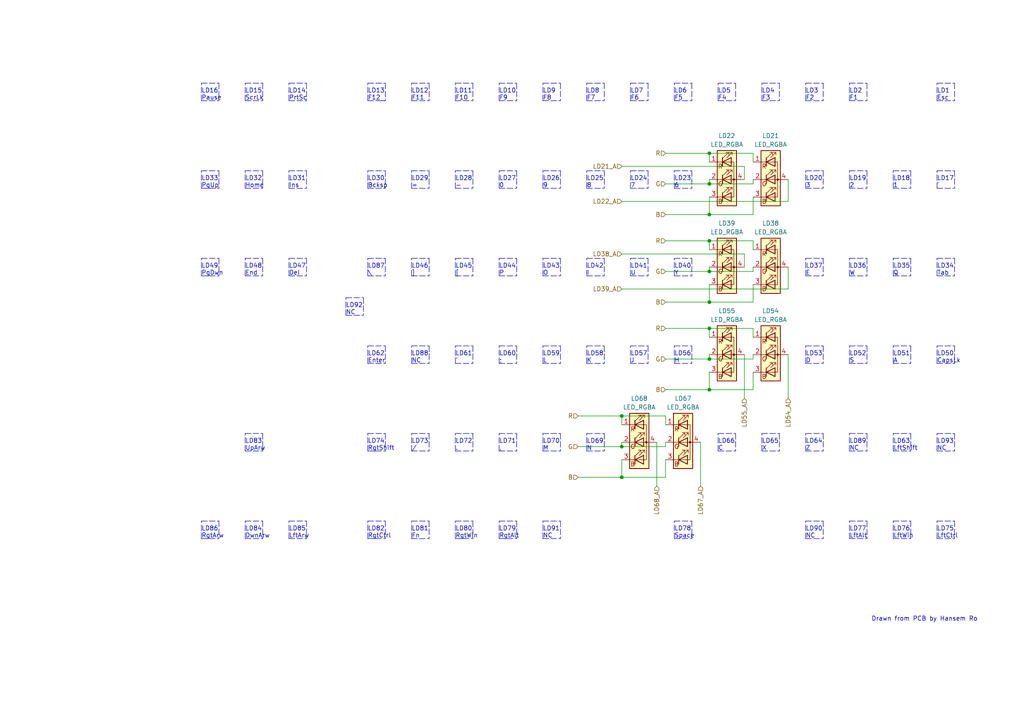
<source format=kicad_sch>
(kicad_sch (version 20211123) (generator eeschema)
  (paper "A4")
  (lib_symbols
    (symbol "Device:LED_RGBA" (pin_names (offset 0) hide)
      (property "Reference" "D" (at 0 9.398 0))
      (property "Value" "LED_RGBA" (at 0 -8.89 0))
      (symbol "LED_RGBA_0_0"
        (text "B" (at -1.905 -6.35 0) (effects (font (size 1.27 1.27))))
        (text "G" (at -1.905 -1.27 0) (effects (font (size 1.27 1.27))))
        (text "R" (at -1.905 3.81 0) (effects (font (size 1.27 1.27))))
      )
      (symbol "LED_RGBA_0_1"
        (polyline (pts (xy -1.27 -5.08) (xy -2.54 -5.08)))
        (polyline (pts (xy -1.27 -5.08) (xy 1.27 -5.08)))
        (polyline (pts (xy -1.27 -3.81) (xy -1.27 -6.35)) (stroke (width 0.254)))
        (polyline (pts (xy -1.27 0) (xy -2.54 0)))
        (polyline (pts (xy -1.27 1.27) (xy -1.27 -1.27)) (stroke (width 0.254)))
        (polyline (pts (xy -1.27 5.08) (xy -2.54 5.08)))
        (polyline (pts (xy -1.27 5.08) (xy 1.27 5.08)))
        (polyline (pts (xy -1.27 6.35) (xy -1.27 3.81)) (stroke (width 0.254)))
        (polyline (pts (xy 1.27 0) (xy -1.27 0)))
        (polyline (pts (xy 1.27 0) (xy 2.54 0)))
        (polyline (pts (xy -1.27 1.27) (xy -1.27 -1.27) (xy -1.27 -1.27)))
        (polyline (pts (xy -1.27 6.35) (xy -1.27 3.81) (xy -1.27 3.81)))
        (polyline (pts (xy 1.27 -5.08) (xy 2.032 -5.08) (xy 2.032 5.08) (xy 1.27 5.08)))
        (polyline (pts (xy 1.27 -3.81) (xy 1.27 -6.35) (xy -1.27 -5.08) (xy 1.27 -3.81)) (stroke (width 0.254)))
        (polyline (pts (xy 1.27 1.27) (xy 1.27 -1.27) (xy -1.27 0) (xy 1.27 1.27)) (stroke (width 0.254)))
        (polyline (pts (xy 1.27 6.35) (xy 1.27 3.81) (xy -1.27 5.08) (xy 1.27 6.35)) (stroke (width 0.254)))
        (polyline (pts (xy -1.016 -3.81) (xy 0.508 -2.286) (xy -0.254 -2.286) (xy 0.508 -2.286) (xy 0.508 -3.048)))
        (polyline (pts (xy -1.016 1.27) (xy 0.508 2.794) (xy -0.254 2.794) (xy 0.508 2.794) (xy 0.508 2.032)))
        (polyline (pts (xy -1.016 6.35) (xy 0.508 7.874) (xy -0.254 7.874) (xy 0.508 7.874) (xy 0.508 7.112)))
        (polyline (pts (xy 0 -3.81) (xy 1.524 -2.286) (xy 0.762 -2.286) (xy 1.524 -2.286) (xy 1.524 -3.048)))
        (polyline (pts (xy 0 1.27) (xy 1.524 2.794) (xy 0.762 2.794) (xy 1.524 2.794) (xy 1.524 2.032)))
        (polyline (pts (xy 0 6.35) (xy 1.524 7.874) (xy 0.762 7.874) (xy 1.524 7.874) (xy 1.524 7.112)))
        (rectangle (start 1.27 -1.27) (end 1.27 1.27))
        (rectangle (start 1.27 1.27) (end 1.27 1.27))
        (rectangle (start 1.27 3.81) (end 1.27 6.35))
        (rectangle (start 1.27 6.35) (end 1.27 6.35))
        (circle (center 2.032 0) (radius 0.254) (fill (type outline)))
        (rectangle (start 2.794 8.382) (end -2.794 -7.62) (stroke (width 0.254)) (fill (type background)))
      )
      (symbol "LED_RGBA_1_1"
        (pin passive line (at -5.08 5.08 0) (length 2.54) (name "RK") (number "1"))
        (pin passive line (at -5.08 0 0) (length 2.54) (name "GK") (number "2"))
        (pin passive line (at -5.08 -5.08 0) (length 2.54) (name "BK") (number "3"))
        (pin passive line (at 5.08 0 180) (length 2.54) (name "A") (number "4"))
      )
    )
  )
  (junction (at 180.34 120.65))
  (junction (at 180.34 129.54))
  (junction (at 205.74 87.63))
  (junction (at 205.74 95.25))
  (junction (at 205.74 62.23))
  (junction (at 180.34 138.43))
  (junction (at 205.74 69.85))
  (junction (at 205.74 78.74))
  (junction (at 205.74 53.34))
  (junction (at 205.74 104.14))
  (junction (at 205.74 113.03))
  (junction (at 205.74 44.45))
  (polyline (pts (xy 106.68 130.81) (xy 111.76 130.81)))
  (polyline (pts (xy 100.33 86.36) (xy 105.41 86.36)))
  (polyline (pts (xy 208.28 130.81) (xy 213.36 130.81)))
  (polyline (pts (xy 132.08 54.61) (xy 137.16 54.61)))
  (polyline (pts (xy 144.78 151.13) (xy 149.86 151.13)))
  (polyline (pts (xy 220.98 29.21) (xy 220.98 24.13)))
  (polyline (pts (xy 195.58 100.33) (xy 200.66 100.33)))
  (polyline (pts (xy 246.38 156.21) (xy 251.46 156.21)))
  (polyline (pts (xy 58.42 29.21) (xy 63.5 29.21)))
  (polyline (pts (xy 246.38 100.33) (xy 251.46 100.33)))
  (wire (pts (xy 205.74 52.07) (xy 205.74 53.34)))
  (wire (pts (xy 215.9 102.87) (xy 215.9 115.57)))
  (polyline (pts (xy 71.12 49.53) (xy 76.2 49.53)))
  (polyline (pts (xy 170.18 105.41) (xy 175.26 105.41)))
  (polyline (pts (xy 132.08 156.21) (xy 132.08 151.13)))
  (wire (pts (xy 205.74 78.74) (xy 218.44 78.74)))
  (polyline (pts (xy 157.48 74.93) (xy 162.56 74.93)))
  (polyline (pts (xy 259.08 80.01) (xy 264.16 80.01)))
  (polyline (pts (xy 208.28 29.21) (xy 213.36 29.21)))
  (polyline (pts (xy 195.58 49.53) (xy 200.66 49.53)))
  (polyline (pts (xy 170.18 54.61) (xy 175.26 54.61)))
  (wire (pts (xy 203.2 128.27) (xy 203.2 140.97)))
  (polyline (pts (xy 170.18 130.81) (xy 170.18 125.73)))
  (polyline (pts (xy 246.38 29.21) (xy 251.46 29.21)))
  (polyline (pts (xy 111.76 125.73) (xy 111.76 130.81)))
  (polyline (pts (xy 111.76 74.93) (xy 111.76 80.01)))
  (polyline (pts (xy 187.96 74.93) (xy 187.96 80.01)))
  (polyline (pts (xy 106.68 100.33) (xy 111.76 100.33)))
  (wire (pts (xy 193.04 138.43) (xy 193.04 133.35)))
  (wire (pts (xy 193.04 78.74) (xy 205.74 78.74)))
  (polyline (pts (xy 71.12 125.73) (xy 76.2 125.73)))
  (polyline (pts (xy 233.68 80.01) (xy 233.68 74.93)))
  (polyline (pts (xy 220.98 24.13) (xy 226.06 24.13)))
  (wire (pts (xy 180.34 73.66) (xy 215.9 73.66)))
  (polyline (pts (xy 119.38 105.41) (xy 124.46 105.41)))
  (polyline (pts (xy 119.38 54.61) (xy 124.46 54.61)))
  (wire (pts (xy 193.04 53.34) (xy 205.74 53.34)))
  (polyline (pts (xy 83.82 29.21) (xy 88.9 29.21)))
  (wire (pts (xy 218.44 62.23) (xy 218.44 57.15)))
  (polyline (pts (xy 157.48 156.21) (xy 157.48 151.13)))
  (polyline (pts (xy 233.68 105.41) (xy 238.76 105.41)))
  (wire (pts (xy 180.34 120.65) (xy 180.34 123.19)))
  (polyline (pts (xy 88.9 49.53) (xy 88.9 54.61)))
  (polyline (pts (xy 144.78 80.01) (xy 149.86 80.01)))
  (polyline (pts (xy 195.58 156.21) (xy 195.58 151.13)))
  (polyline (pts (xy 105.41 86.36) (xy 105.41 91.44)))
  (polyline (pts (xy 137.16 74.93) (xy 137.16 80.01)))
  (polyline (pts (xy 175.26 49.53) (xy 175.26 54.61)))
  (polyline (pts (xy 162.56 125.73) (xy 162.56 130.81)))
  (polyline (pts (xy 137.16 100.33) (xy 137.16 105.41)))
  (polyline (pts (xy 200.66 24.13) (xy 200.66 29.21)))
  (polyline (pts (xy 195.58 24.13) (xy 200.66 24.13)))
  (polyline (pts (xy 137.16 125.73) (xy 137.16 130.81)))
  (wire (pts (xy 205.74 82.55) (xy 205.74 87.63)))
  (polyline (pts (xy 83.82 24.13) (xy 88.9 24.13)))
  (polyline (pts (xy 276.86 100.33) (xy 276.86 105.41)))
  (polyline (pts (xy 233.68 29.21) (xy 238.76 29.21)))
  (polyline (pts (xy 119.38 74.93) (xy 124.46 74.93)))
  (polyline (pts (xy 226.06 24.13) (xy 226.06 29.21)))
  (polyline (pts (xy 144.78 130.81) (xy 149.86 130.81)))
  (polyline (pts (xy 264.16 125.73) (xy 264.16 130.81)))
  (polyline (pts (xy 195.58 105.41) (xy 200.66 105.41)))
  (wire (pts (xy 190.5 128.27) (xy 190.5 140.97)))
  (wire (pts (xy 205.74 44.45) (xy 205.74 46.99)))
  (polyline (pts (xy 58.42 49.53) (xy 63.5 49.53)))
  (polyline (pts (xy 76.2 125.73) (xy 76.2 130.81)))
  (wire (pts (xy 228.6 77.47) (xy 228.6 83.82)))
  (polyline (pts (xy 106.68 151.13) (xy 111.76 151.13)))
  (polyline (pts (xy 220.98 29.21) (xy 226.06 29.21)))
  (wire (pts (xy 205.74 44.45) (xy 218.44 44.45)))
  (polyline (pts (xy 162.56 49.53) (xy 162.56 54.61)))
  (polyline (pts (xy 259.08 80.01) (xy 259.08 74.93)))
  (polyline (pts (xy 271.78 130.81) (xy 276.86 130.81)))
  (polyline (pts (xy 76.2 74.93) (xy 76.2 80.01)))
  (polyline (pts (xy 182.88 74.93) (xy 187.96 74.93)))
  (polyline (pts (xy 182.88 80.01) (xy 187.96 80.01)))
  (polyline (pts (xy 71.12 74.93) (xy 76.2 74.93)))
  (wire (pts (xy 205.74 53.34) (xy 218.44 53.34)))
  (wire (pts (xy 205.74 77.47) (xy 205.74 78.74)))
  (polyline (pts (xy 83.82 156.21) (xy 88.9 156.21)))
  (polyline (pts (xy 124.46 24.13) (xy 124.46 29.21)))
  (polyline (pts (xy 195.58 54.61) (xy 195.58 49.53)))
  (polyline (pts (xy 182.88 49.53) (xy 187.96 49.53)))
  (polyline (pts (xy 106.68 80.01) (xy 111.76 80.01)))
  (polyline (pts (xy 157.48 80.01) (xy 162.56 80.01)))
  (polyline (pts (xy 271.78 105.41) (xy 276.86 105.41)))
  (polyline (pts (xy 157.48 54.61) (xy 157.48 49.53)))
  (polyline (pts (xy 144.78 74.93) (xy 149.86 74.93)))
  (polyline (pts (xy 251.46 24.13) (xy 251.46 29.21)))
  (polyline (pts (xy 195.58 54.61) (xy 200.66 54.61)))
  (polyline (pts (xy 271.78 29.21) (xy 271.78 24.13)))
  (polyline (pts (xy 195.58 74.93) (xy 200.66 74.93)))
  (polyline (pts (xy 233.68 29.21) (xy 233.68 24.13)))
  (polyline (pts (xy 58.42 151.13) (xy 63.5 151.13)))
  (polyline (pts (xy 149.86 125.73) (xy 149.86 130.81)))
  (polyline (pts (xy 271.78 49.53) (xy 276.86 49.53)))
  (polyline (pts (xy 187.96 24.13) (xy 187.96 29.21)))
  (polyline (pts (xy 175.26 24.13) (xy 175.26 29.21)))
  (polyline (pts (xy 271.78 24.13) (xy 276.86 24.13)))
  (polyline (pts (xy 271.78 29.21) (xy 276.86 29.21)))
  (wire (pts (xy 205.74 95.25) (xy 205.74 97.79)))
  (polyline (pts (xy 220.98 125.73) (xy 226.06 125.73)))
  (wire (pts (xy 218.44 104.14) (xy 218.44 102.87)))
  (polyline (pts (xy 170.18 130.81) (xy 175.26 130.81)))
  (polyline (pts (xy 246.38 80.01) (xy 246.38 74.93)))
  (wire (pts (xy 205.74 62.23) (xy 218.44 62.23)))
  (polyline (pts (xy 149.86 49.53) (xy 149.86 54.61)))
  (polyline (pts (xy 58.42 24.13) (xy 63.5 24.13)))
  (polyline (pts (xy 195.58 29.21) (xy 200.66 29.21)))
  (polyline (pts (xy 71.12 130.81) (xy 76.2 130.81)))
  (polyline (pts (xy 233.68 54.61) (xy 238.76 54.61)))
  (polyline (pts (xy 83.82 29.21) (xy 83.82 24.13)))
  (polyline (pts (xy 271.78 156.21) (xy 276.86 156.21)))
  (polyline (pts (xy 170.18 29.21) (xy 170.18 24.13)))
  (polyline (pts (xy 182.88 29.21) (xy 187.96 29.21)))
  (polyline (pts (xy 259.08 156.21) (xy 259.08 151.13)))
  (polyline (pts (xy 157.48 130.81) (xy 162.56 130.81)))
  (polyline (pts (xy 119.38 100.33) (xy 124.46 100.33)))
  (wire (pts (xy 180.34 120.65) (xy 193.04 120.65)))
  (polyline (pts (xy 233.68 74.93) (xy 238.76 74.93)))
  (polyline (pts (xy 132.08 74.93) (xy 137.16 74.93)))
  (polyline (pts (xy 238.76 151.13) (xy 238.76 156.21)))
  (polyline (pts (xy 182.88 80.01) (xy 182.88 74.93)))
  (polyline (pts (xy 170.18 74.93) (xy 175.26 74.93)))
  (polyline (pts (xy 208.28 125.73) (xy 213.36 125.73)))
  (polyline (pts (xy 106.68 105.41) (xy 111.76 105.41)))
  (polyline (pts (xy 106.68 105.41) (xy 106.68 100.33)))
  (wire (pts (xy 180.34 138.43) (xy 193.04 138.43)))
  (polyline (pts (xy 238.76 100.33) (xy 238.76 105.41)))
  (polyline (pts (xy 251.46 151.13) (xy 251.46 156.21)))
  (polyline (pts (xy 111.76 100.33) (xy 111.76 105.41)))
  (polyline (pts (xy 200.66 100.33) (xy 200.66 105.41)))
  (polyline (pts (xy 106.68 29.21) (xy 106.68 24.13)))
  (polyline (pts (xy 271.78 100.33) (xy 276.86 100.33)))
  (wire (pts (xy 180.34 58.42) (xy 228.6 58.42)))
  (polyline (pts (xy 106.68 54.61) (xy 111.76 54.61)))
  (polyline (pts (xy 106.68 49.53) (xy 111.76 49.53)))
  (polyline (pts (xy 76.2 49.53) (xy 76.2 54.61)))
  (polyline (pts (xy 259.08 151.13) (xy 264.16 151.13)))
  (polyline (pts (xy 132.08 80.01) (xy 137.16 80.01)))
  (polyline (pts (xy 111.76 49.53) (xy 111.76 54.61)))
  (polyline (pts (xy 175.26 100.33) (xy 175.26 105.41)))
  (polyline (pts (xy 132.08 24.13) (xy 137.16 24.13)))
  (polyline (pts (xy 246.38 105.41) (xy 251.46 105.41)))
  (polyline (pts (xy 58.42 156.21) (xy 63.5 156.21)))
  (polyline (pts (xy 271.78 80.01) (xy 276.86 80.01)))
  (polyline (pts (xy 170.18 24.13) (xy 175.26 24.13)))
  (polyline (pts (xy 246.38 74.93) (xy 251.46 74.93)))
  (polyline (pts (xy 182.88 100.33) (xy 187.96 100.33)))
  (polyline (pts (xy 58.42 29.21) (xy 58.42 24.13)))
  (polyline (pts (xy 144.78 54.61) (xy 144.78 49.53)))
  (polyline (pts (xy 106.68 125.73) (xy 111.76 125.73)))
  (polyline (pts (xy 195.58 151.13) (xy 200.66 151.13)))
  (polyline (pts (xy 157.48 49.53) (xy 162.56 49.53)))
  (polyline (pts (xy 119.38 49.53) (xy 124.46 49.53)))
  (polyline (pts (xy 157.48 125.73) (xy 162.56 125.73)))
  (polyline (pts (xy 132.08 29.21) (xy 132.08 24.13)))
  (polyline (pts (xy 264.16 100.33) (xy 264.16 105.41)))
  (polyline (pts (xy 264.16 151.13) (xy 264.16 156.21)))
  (polyline (pts (xy 58.42 54.61) (xy 63.5 54.61)))
  (polyline (pts (xy 124.46 151.13) (xy 124.46 156.21)))
  (wire (pts (xy 205.74 113.03) (xy 218.44 113.03)))
  (wire (pts (xy 180.34 83.82) (xy 228.6 83.82)))
  (polyline (pts (xy 170.18 54.61) (xy 170.18 49.53)))
  (wire (pts (xy 205.74 95.25) (xy 218.44 95.25)))
  (polyline (pts (xy 88.9 151.13) (xy 88.9 156.21)))
  (polyline (pts (xy 132.08 130.81) (xy 132.08 125.73)))
  (polyline (pts (xy 71.12 54.61) (xy 76.2 54.61)))
  (polyline (pts (xy 144.78 130.81) (xy 144.78 125.73)))
  (polyline (pts (xy 259.08 125.73) (xy 264.16 125.73)))
  (polyline (pts (xy 233.68 80.01) (xy 238.76 80.01)))
  (polyline (pts (xy 276.86 49.53) (xy 276.86 54.61)))
  (polyline (pts (xy 144.78 105.41) (xy 149.86 105.41)))
  (polyline (pts (xy 119.38 125.73) (xy 124.46 125.73)))
  (wire (pts (xy 218.44 53.34) (xy 218.44 52.07)))
  (polyline (pts (xy 149.86 74.93) (xy 149.86 80.01)))
  (polyline (pts (xy 119.38 156.21) (xy 124.46 156.21)))
  (wire (pts (xy 193.04 95.25) (xy 205.74 95.25)))
  (polyline (pts (xy 264.16 74.93) (xy 264.16 80.01)))
  (wire (pts (xy 167.64 129.54) (xy 180.34 129.54)))
  (polyline (pts (xy 144.78 80.01) (xy 144.78 74.93)))
  (polyline (pts (xy 88.9 24.13) (xy 88.9 29.21)))
  (polyline (pts (xy 132.08 105.41) (xy 137.16 105.41)))
  (polyline (pts (xy 182.88 105.41) (xy 187.96 105.41)))
  (polyline (pts (xy 233.68 130.81) (xy 238.76 130.81)))
  (polyline (pts (xy 271.78 125.73) (xy 276.86 125.73)))
  (wire (pts (xy 193.04 113.03) (xy 205.74 113.03)))
  (polyline (pts (xy 124.46 125.73) (xy 124.46 130.81)))
  (polyline (pts (xy 119.38 29.21) (xy 124.46 29.21)))
  (wire (pts (xy 218.44 113.03) (xy 218.44 107.95)))
  (polyline (pts (xy 144.78 29.21) (xy 149.86 29.21)))
  (polyline (pts (xy 71.12 151.13) (xy 76.2 151.13)))
  (polyline (pts (xy 200.66 151.13) (xy 200.66 156.21)))
  (polyline (pts (xy 119.38 156.21) (xy 119.38 151.13)))
  (polyline (pts (xy 259.08 156.21) (xy 264.16 156.21)))
  (polyline (pts (xy 132.08 49.53) (xy 137.16 49.53)))
  (polyline (pts (xy 157.48 80.01) (xy 157.48 74.93)))
  (polyline (pts (xy 119.38 54.61) (xy 119.38 49.53)))
  (polyline (pts (xy 276.86 125.73) (xy 276.86 130.81)))
  (polyline (pts (xy 106.68 80.01) (xy 106.68 74.93)))
  (wire (pts (xy 205.74 69.85) (xy 218.44 69.85)))
  (wire (pts (xy 205.74 102.87) (xy 205.74 104.14)))
  (polyline (pts (xy 162.56 24.13) (xy 162.56 29.21)))
  (polyline (pts (xy 83.82 54.61) (xy 83.82 49.53)))
  (polyline (pts (xy 170.18 100.33) (xy 175.26 100.33)))
  (polyline (pts (xy 58.42 54.61) (xy 58.42 49.53)))
  (polyline (pts (xy 71.12 80.01) (xy 71.12 74.93)))
  (wire (pts (xy 193.04 62.23) (xy 205.74 62.23)))
  (polyline (pts (xy 271.78 130.81) (xy 271.78 125.73)))
  (polyline (pts (xy 233.68 156.21) (xy 238.76 156.21)))
  (polyline (pts (xy 83.82 80.01) (xy 88.9 80.01)))
  (wire (pts (xy 218.44 78.74) (xy 218.44 77.47)))
  (polyline (pts (xy 111.76 29.21) (xy 110.49 29.21)))
  (polyline (pts (xy 132.08 156.21) (xy 137.16 156.21)))
  (wire (pts (xy 205.74 87.63) (xy 218.44 87.63)))
  (polyline (pts (xy 259.08 105.41) (xy 264.16 105.41)))
  (wire (pts (xy 167.64 138.43) (xy 180.34 138.43)))
  (polyline (pts (xy 271.78 105.41) (xy 271.78 100.33)))
  (polyline (pts (xy 71.12 156.21) (xy 71.12 151.13)))
  (polyline (pts (xy 157.48 105.41) (xy 162.56 105.41)))
  (polyline (pts (xy 76.2 24.13) (xy 76.2 29.21)))
  (polyline (pts (xy 149.86 100.33) (xy 149.86 105.41)))
  (polyline (pts (xy 271.78 54.61) (xy 276.86 54.61)))
  (polyline (pts (xy 83.82 74.93) (xy 88.9 74.93)))
  (polyline (pts (xy 132.08 80.01) (xy 132.08 74.93)))
  (polyline (pts (xy 162.56 100.33) (xy 162.56 105.41)))
  (polyline (pts (xy 238.76 74.93) (xy 238.76 80.01)))
  (polyline (pts (xy 246.38 156.21) (xy 246.38 151.13)))
  (polyline (pts (xy 137.16 151.13) (xy 137.16 156.21)))
  (wire (pts (xy 193.04 129.54) (xy 193.04 128.27)))
  (polyline (pts (xy 119.38 24.13) (xy 124.46 24.13)))
  (wire (pts (xy 218.44 46.99) (xy 218.44 44.45)))
  (polyline (pts (xy 71.12 54.61) (xy 71.12 49.53)))
  (polyline (pts (xy 63.5 74.93) (xy 63.5 80.01)))
  (polyline (pts (xy 132.08 125.73) (xy 137.16 125.73)))
  (polyline (pts (xy 182.88 24.13) (xy 187.96 24.13)))
  (polyline (pts (xy 76.2 151.13) (xy 76.2 156.21)))
  (polyline (pts (xy 246.38 105.41) (xy 246.38 100.33)))
  (polyline (pts (xy 119.38 151.13) (xy 124.46 151.13)))
  (polyline (pts (xy 233.68 24.13) (xy 238.76 24.13)))
  (polyline (pts (xy 58.42 156.21) (xy 58.42 151.13)))
  (polyline (pts (xy 246.38 80.01) (xy 251.46 80.01)))
  (polyline (pts (xy 132.08 105.41) (xy 132.08 100.33)))
  (polyline (pts (xy 119.38 130.81) (xy 119.38 125.73)))
  (polyline (pts (xy 137.16 49.53) (xy 137.16 54.61)))
  (polyline (pts (xy 195.58 156.21) (xy 200.66 156.21)))
  (polyline (pts (xy 271.78 156.21) (xy 271.78 151.13)))
  (polyline (pts (xy 157.48 54.61) (xy 162.56 54.61)))
  (polyline (pts (xy 259.08 74.93) (xy 264.16 74.93)))
  (polyline (pts (xy 259.08 54.61) (xy 259.08 49.53)))
  (polyline (pts (xy 119.38 130.81) (xy 124.46 130.81)))
  (polyline (pts (xy 71.12 29.21) (xy 71.12 24.13)))
  (polyline (pts (xy 119.38 80.01) (xy 124.46 80.01)))
  (polyline (pts (xy 208.28 24.13) (xy 213.36 24.13)))
  (polyline (pts (xy 246.38 125.73) (xy 251.46 125.73)))
  (polyline (pts (xy 233.68 156.21) (xy 233.68 151.13)))
  (polyline (pts (xy 63.5 49.53) (xy 63.5 54.61)))
  (polyline (pts (xy 71.12 130.81) (xy 71.12 125.73)))
  (polyline (pts (xy 213.36 125.73) (xy 213.36 130.81)))
  (polyline (pts (xy 182.88 54.61) (xy 187.96 54.61)))
  (polyline (pts (xy 100.33 91.44) (xy 105.41 91.44)))
  (wire (pts (xy 228.6 52.07) (xy 228.6 58.42)))
  (polyline (pts (xy 238.76 125.73) (xy 238.76 130.81)))
  (wire (pts (xy 205.74 107.95) (xy 205.74 113.03)))
  (polyline (pts (xy 157.48 151.13) (xy 162.56 151.13)))
  (polyline (pts (xy 144.78 49.53) (xy 149.86 49.53)))
  (wire (pts (xy 215.9 77.47) (xy 215.9 73.66)))
  (polyline (pts (xy 276.86 151.13) (xy 276.86 156.21)))
  (polyline (pts (xy 182.88 54.61) (xy 182.88 49.53)))
  (polyline (pts (xy 124.46 100.33) (xy 124.46 105.41)))
  (polyline (pts (xy 271.78 80.01) (xy 271.78 74.93)))
  (wire (pts (xy 205.74 104.14) (xy 218.44 104.14)))
  (polyline (pts (xy 200.66 49.53) (xy 200.66 54.61)))
  (polyline (pts (xy 226.06 125.73) (xy 226.06 130.81)))
  (polyline (pts (xy 170.18 29.21) (xy 175.26 29.21)))
  (polyline (pts (xy 144.78 156.21) (xy 149.86 156.21)))
  (polyline (pts (xy 195.58 29.21) (xy 195.58 24.13)))
  (polyline (pts (xy 208.28 29.21) (xy 208.28 24.13)))
  (polyline (pts (xy 233.68 54.61) (xy 233.68 49.53)))
  (polyline (pts (xy 144.78 156.21) (xy 144.78 151.13)))
  (polyline (pts (xy 251.46 125.73) (xy 251.46 130.81)))
  (polyline (pts (xy 187.96 49.53) (xy 187.96 54.61)))
  (polyline (pts (xy 124.46 49.53) (xy 124.46 54.61)))
  (polyline (pts (xy 58.42 74.93) (xy 63.5 74.93)))
  (polyline (pts (xy 220.98 130.81) (xy 220.98 125.73)))
  (wire (pts (xy 193.04 44.45) (xy 205.74 44.45)))
  (polyline (pts (xy 276.86 74.93) (xy 276.86 80.01)))
  (wire (pts (xy 180.34 128.27) (xy 180.34 129.54)))
  (polyline (pts (xy 111.76 151.13) (xy 111.76 156.21)))
  (wire (pts (xy 193.04 104.14) (xy 205.74 104.14)))
  (polyline (pts (xy 132.08 130.81) (xy 137.16 130.81)))
  (polyline (pts (xy 157.48 156.21) (xy 162.56 156.21)))
  (polyline (pts (xy 132.08 29.21) (xy 137.16 29.21)))
  (polyline (pts (xy 71.12 80.01) (xy 76.2 80.01)))
  (polyline (pts (xy 144.78 24.13) (xy 149.86 24.13)))
  (polyline (pts (xy 83.82 156.21) (xy 83.82 151.13)))
  (polyline (pts (xy 106.68 24.13) (xy 111.76 24.13)))
  (polyline (pts (xy 238.76 49.53) (xy 238.76 54.61)))
  (wire (pts (xy 180.34 48.26) (xy 215.9 48.26)))
  (polyline (pts (xy 157.48 24.13) (xy 162.56 24.13)))
  (polyline (pts (xy 162.56 151.13) (xy 162.56 156.21)))
  (polyline (pts (xy 144.78 105.41) (xy 144.78 100.33)))
  (polyline (pts (xy 106.68 29.21) (xy 111.76 29.21)))
  (polyline (pts (xy 106.68 54.61) (xy 106.68 49.53)))
  (wire (pts (xy 193.04 87.63) (xy 205.74 87.63)))
  (wire (pts (xy 180.34 129.54) (xy 193.04 129.54)))
  (wire (pts (xy 193.04 69.85) (xy 205.74 69.85)))
  (polyline (pts (xy 264.16 49.53) (xy 264.16 54.61)))
  (polyline (pts (xy 132.08 54.61) (xy 132.08 49.53)))
  (polyline (pts (xy 259.08 130.81) (xy 264.16 130.81)))
  (polyline (pts (xy 83.82 151.13) (xy 88.9 151.13)))
  (polyline (pts (xy 144.78 29.21) (xy 144.78 24.13)))
  (polyline (pts (xy 119.38 29.21) (xy 119.38 24.13)))
  (polyline (pts (xy 246.38 49.53) (xy 251.46 49.53)))
  (polyline (pts (xy 63.5 151.13) (xy 63.5 156.21)))
  (polyline (pts (xy 259.08 49.53) (xy 264.16 49.53)))
  (polyline (pts (xy 111.76 24.13) (xy 111.76 29.21)))
  (polyline (pts (xy 271.78 54.61) (xy 271.78 49.53)))
  (wire (pts (xy 218.44 87.63) (xy 218.44 82.55)))
  (wire (pts (xy 205.74 69.85) (xy 205.74 72.39)))
  (polyline (pts (xy 182.88 105.41) (xy 182.88 100.33)))
  (polyline (pts (xy 170.18 80.01) (xy 170.18 74.93)))
  (wire (pts (xy 193.04 123.19) (xy 193.04 120.65)))
  (polyline (pts (xy 100.33 91.44) (xy 100.33 86.36)))
  (polyline (pts (xy 175.26 125.73) (xy 175.26 130.81)))
  (polyline (pts (xy 276.86 24.13) (xy 276.86 29.21)))
  (polyline (pts (xy 149.86 151.13) (xy 149.86 156.21)))
  (polyline (pts (xy 106.68 156.21) (xy 111.76 156.21)))
  (polyline (pts (xy 157.48 29.21) (xy 157.48 24.13)))
  (polyline (pts (xy 246.38 130.81) (xy 246.38 125.73)))
  (polyline (pts (xy 157.48 29.21) (xy 162.56 29.21)))
  (polyline (pts (xy 251.46 49.53) (xy 251.46 54.61)))
  (polyline (pts (xy 106.68 130.81) (xy 106.68 125.73)))
  (polyline (pts (xy 187.96 100.33) (xy 187.96 105.41)))
  (polyline (pts (xy 58.42 80.01) (xy 63.5 80.01)))
  (polyline (pts (xy 149.86 24.13) (xy 149.86 29.21)))
  (polyline (pts (xy 83.82 54.61) (xy 88.9 54.61)))
  (polyline (pts (xy 83.82 49.53) (xy 88.9 49.53)))
  (polyline (pts (xy 144.78 100.33) (xy 149.86 100.33)))
  (wire (pts (xy 180.34 133.35) (xy 180.34 138.43)))
  (wire (pts (xy 167.64 120.65) (xy 180.34 120.65)))
  (polyline (pts (xy 157.48 105.41) (xy 157.48 100.33)))
  (polyline (pts (xy 63.5 24.13) (xy 63.5 29.21)))
  (polyline (pts (xy 233.68 130.81) (xy 233.68 125.73)))
  (polyline (pts (xy 271.78 74.93) (xy 276.86 74.93)))
  (polyline (pts (xy 246.38 151.13) (xy 251.46 151.13)))
  (polyline (pts (xy 106.68 156.21) (xy 106.68 151.13)))
  (polyline (pts (xy 246.38 54.61) (xy 251.46 54.61)))
  (polyline (pts (xy 246.38 29.21) (xy 246.38 24.13)))
  (polyline (pts (xy 71.12 29.21) (xy 76.2 29.21)))
  (polyline (pts (xy 233.68 100.33) (xy 238.76 100.33)))
  (polyline (pts (xy 132.08 100.33) (xy 137.16 100.33)))
  (polyline (pts (xy 144.78 54.61) (xy 149.86 54.61)))
  (polyline (pts (xy 170.18 125.73) (xy 175.26 125.73)))
  (polyline (pts (xy 58.42 80.01) (xy 58.42 74.93)))
  (polyline (pts (xy 259.08 100.33) (xy 264.16 100.33)))
  (polyline (pts (xy 137.16 24.13) (xy 137.16 29.21)))
  (polyline (pts (xy 170.18 80.01) (xy 175.26 80.01)))
  (polyline (pts (xy 106.68 74.93) (xy 111.76 74.93)))
  (polyline (pts (xy 88.9 74.93) (xy 88.9 80.01)))
  (polyline (pts (xy 119.38 80.01) (xy 119.38 74.93)))
  (polyline (pts (xy 119.38 105.41) (xy 119.38 100.33)))
  (polyline (pts (xy 200.66 74.93) (xy 200.66 80.01)))
  (polyline (pts (xy 208.28 130.81) (xy 208.28 125.73)))
  (wire (pts (xy 205.74 57.15) (xy 205.74 62.23)))
  (polyline (pts (xy 195.58 105.41) (xy 195.58 100.33)))
  (polyline (pts (xy 213.36 24.13) (xy 213.36 29.21)))
  (polyline (pts (xy 144.78 125.73) (xy 149.86 125.73)))
  (polyline (pts (xy 182.88 29.21) (xy 182.88 24.13)))
  (polyline (pts (xy 233.68 125.73) (xy 238.76 125.73)))
  (wire (pts (xy 228.6 102.87) (xy 228.6 115.57)))
  (polyline (pts (xy 238.76 24.13) (xy 238.76 29.21)))
  (polyline (pts (xy 233.68 105.41) (xy 233.68 100.33)))
  (polyline (pts (xy 195.58 80.01) (xy 200.66 80.01)))
  (polyline (pts (xy 175.26 74.93) (xy 175.26 80.01)))
  (wire (pts (xy 218.44 72.39) (xy 218.44 69.85)))
  (wire (pts (xy 218.44 97.79) (xy 218.44 95.25)))
  (polyline (pts (xy 233.68 151.13) (xy 238.76 151.13)))
  (polyline (pts (xy 132.08 151.13) (xy 137.16 151.13)))
  (polyline (pts (xy 259.08 54.61) (xy 264.16 54.61)))
  (polyline (pts (xy 259.08 130.81) (xy 259.08 125.73)))
  (polyline (pts (xy 233.68 49.53) (xy 238.76 49.53)))
  (polyline (pts (xy 195.58 80.01) (xy 195.58 74.93)))
  (polyline (pts (xy 71.12 24.13) (xy 76.2 24.13)))
  (polyline (pts (xy 124.46 74.93) (xy 124.46 80.01)))
  (polyline (pts (xy 157.48 100.33) (xy 162.56 100.33)))
  (polyline (pts (xy 259.08 105.41) (xy 259.08 100.33)))
  (polyline (pts (xy 157.48 130.81) (xy 157.48 125.73)))
  (polyline (pts (xy 83.82 80.01) (xy 83.82 74.93)))
  (polyline (pts (xy 246.38 24.13) (xy 251.46 24.13)))
  (polyline (pts (xy 170.18 105.41) (xy 170.18 100.33)))
  (polyline (pts (xy 251.46 100.33) (xy 251.46 105.41)))
  (polyline (pts (xy 271.78 151.13) (xy 276.86 151.13)))
  (wire (pts (xy 215.9 52.07) (xy 215.9 48.26)))
  (polyline (pts (xy 246.38 54.61) (xy 246.38 49.53)))
  (polyline (pts (xy 246.38 130.81) (xy 251.46 130.81)))
  (polyline (pts (xy 170.18 49.53) (xy 175.26 49.53)))
  (polyline (pts (xy 251.46 74.93) (xy 251.46 80.01)))
  (polyline (pts (xy 162.56 74.93) (xy 162.56 80.01)))
  (polyline (pts (xy 71.12 156.21) (xy 76.2 156.21)))
  (polyline (pts (xy 220.98 130.81) (xy 226.06 130.81)))
  (text "LD43\nO" (at 157.48 80.01 0) (effects (font (size 1.27 1.27)) (justify left bottom)))
  (text "LD47\nDel" (at 83.82 80.01 0) (effects (font (size 1.27 1.27)) (justify left bottom)))
  (text "LD12\nF11" (at 119.38 29.21 0) (effects (font (size 1.27 1.27)) (justify left bottom)))
  (text "LD24\n7" (at 182.88 54.61 0) (effects (font (size 1.27 1.27)) (justify left bottom)))
  (text "LD30\nBcksp" (at 106.68 54.61 0) (effects (font (size 1.27 1.27)) (justify left bottom)))
  (text "LD3\nF2" (at 233.68 29.21 0) (effects (font (size 1.27 1.27)) (justify left bottom)))
  (text "LD83\nUpArw" (at 71.12 130.81 0) (effects (font (size 1.27 1.27)) (justify left bottom)))
  (text "LD49\nPgDwn" (at 58.42 80.01 0) (effects (font (size 1.27 1.27)) (justify left bottom)))
  (text "LD58\nK" (at 170.18 105.41 0) (effects (font (size 1.27 1.27)) (justify left bottom)))
  (text "LD41\nU" (at 182.88 80.01 0) (effects (font (size 1.27 1.27)) (justify left bottom)))
  (text "LD29\n=" (at 119.38 54.61 0) (effects (font (size 1.27 1.27)) (justify left bottom)))
  (text "LD64\nZ" (at 233.68 130.81 0) (effects (font (size 1.27 1.27)) (justify left bottom)))
  (text "LD72\n." (at 132.08 130.81 0) (effects (font (size 1.27 1.27)) (justify left bottom)))
  (text "LD23\n6" (at 195.58 54.61 0) (effects (font (size 1.27 1.27)) (justify left bottom)))
  (text "LD34\nTab" (at 271.78 80.01 0) (effects (font (size 1.27 1.27)) (justify left bottom)))
  (text "LD15\nScrLk" (at 71.12 29.21 0) (effects (font (size 1.27 1.27)) (justify left bottom)))
  (text "LD33\nPgUp" (at 58.42 54.61 0) (effects (font (size 1.27 1.27)) (justify left bottom)))
  (text "LD76\nLftWin" (at 259.08 156.21 0) (effects (font (size 1.27 1.27)) (justify left bottom)))
  (text "LD40\nY" (at 195.58 80.01 0) (effects (font (size 1.27 1.27)) (justify left bottom)))
  (text "LD44\nP" (at 144.78 80.01 0) (effects (font (size 1.27 1.27)) (justify left bottom)))
  (text "LD73\n/" (at 119.38 130.81 0) (effects (font (size 1.27 1.27)) (justify left bottom)))
  (text "LD51\nA" (at 259.08 105.41 0) (effects (font (size 1.27 1.27)) (justify left bottom)))
  (text "LD25\n8" (at 170.18 54.61 0) (effects (font (size 1.27 1.27)) (justify left bottom)))
  (text "LD16\nPause" (at 58.42 29.21 0) (effects (font (size 1.27 1.27)) (justify left bottom)))
  (text "LD82\nRgtCtrl" (at 106.68 156.21 0) (effects (font (size 1.27 1.27)) (justify left bottom)))
  (text "LD78\nSpace" (at 195.58 156.21 0) (effects (font (size 1.27 1.27)) (justify left bottom)))
  (text "LD59\nL" (at 157.48 105.41 0) (effects (font (size 1.27 1.27)) (justify left bottom)))
  (text "LD80\nRgtWin" (at 132.08 156.21 0) (effects (font (size 1.27 1.27)) (justify left bottom)))
  (text "LD75\nLftCtrl" (at 271.78 156.21 0) (effects (font (size 1.27 1.27)) (justify left bottom)))
  (text "LD53\nD" (at 233.68 105.41 0) (effects (font (size 1.27 1.27)) (justify left bottom)))
  (text "LD18\n1" (at 259.08 54.61 0) (effects (font (size 1.27 1.27)) (justify left bottom)))
  (text "Drawn from PCB by Hansem Ro" (at 252.73 180.34 0) (effects (font (size 1.27 1.27)) (justify left bottom)))
  (text "LD35\nQ" (at 259.08 80.01 0) (effects (font (size 1.27 1.27)) (justify left bottom)))
  (text "LD92\nNC" (at 100.33 91.44 0) (effects (font (size 1.27 1.27)) (justify left bottom)))
  (text "LD42\nI" (at 170.18 80.01 0) (effects (font (size 1.27 1.27)) (justify left bottom)))
  (text "LD66\nC" (at 208.28 130.81 0) (effects (font (size 1.27 1.27)) (justify left bottom)))
  (text "LD70\nM" (at 157.48 130.81 0) (effects (font (size 1.27 1.27)) (justify left bottom)))
  (text "LD79\nRgtAlt" (at 144.78 156.21 0) (effects (font (size 1.27 1.27)) (justify left bottom)))
  (text "LD90\nNC" (at 233.68 156.21 0) (effects (font (size 1.27 1.27)) (justify left bottom)))
  (text "LD85\nLftArw" (at 83.82 156.21 0) (effects (font (size 1.27 1.27)) (justify left bottom)))
  (text "LD93\nNC" (at 271.78 130.81 0) (effects (font (size 1.27 1.27)) (justify left bottom)))
  (text "LD26\n9" (at 157.48 54.61 0) (effects (font (size 1.27 1.27)) (justify left bottom)))
  (text "LD27\n0" (at 144.78 54.61 0) (effects (font (size 1.27 1.27)) (justify left bottom)))
  (text "LD19\n2" (at 246.38 54.61 0) (effects (font (size 1.27 1.27)) (justify left bottom)))
  (text "LD20\n3" (at 233.68 54.61 0) (effects (font (size 1.27 1.27)) (justify left bottom)))
  (text "LD9\nF8" (at 157.48 29.21 0) (effects (font (size 1.27 1.27)) (justify left bottom)))
  (text "LD11\nF10" (at 132.08 29.21 0) (effects (font (size 1.27 1.27)) (justify left bottom)))
  (text "LD37\nE" (at 233.68 80.01 0) (effects (font (size 1.27 1.27)) (justify left bottom)))
  (text "LD77\nLftAlt" (at 246.38 156.21 0) (effects (font (size 1.27 1.27)) (justify left bottom)))
  (text "LD91\nNC" (at 157.48 156.21 0) (effects (font (size 1.27 1.27)) (justify left bottom)))
  (text "LD46\n]" (at 119.38 80.01 0) (effects (font (size 1.27 1.27)) (justify left bottom)))
  (text "LD45\n[" (at 132.08 80.01 0) (effects (font (size 1.27 1.27)) (justify left bottom)))
  (text "LD5\nF4" (at 208.28 29.21 0) (effects (font (size 1.27 1.27)) (justify left bottom)))
  (text "LD28\n-" (at 132.08 54.61 0) (effects (font (size 1.27 1.27)) (justify left bottom)))
  (text "LD36\nW" (at 246.38 80.01 0) (effects (font (size 1.27 1.27)) (justify left bottom)))
  (text "LD6\nF5" (at 195.58 29.21 0) (effects (font (size 1.27 1.27)) (justify left bottom)))
  (text "LD1\nEsc" (at 271.78 29.21 0) (effects (font (size 1.27 1.27)) (justify left bottom)))
  (text "LD65\nX" (at 220.98 130.81 0) (effects (font (size 1.27 1.27)) (justify left bottom)))
  (text "LD13\nF12" (at 106.68 29.21 0) (effects (font (size 1.27 1.27)) (justify left bottom)))
  (text "LD84\nDwnArw" (at 71.12 156.21 0) (effects (font (size 1.27 1.27)) (justify left bottom)))
  (text "LD17\n`" (at 271.78 54.61 0) (effects (font (size 1.27 1.27)) (justify left bottom)))
  (text "LD81\nFn" (at 119.38 156.21 0) (effects (font (size 1.27 1.27)) (justify left bottom)))
  (text "LD57\nJ" (at 182.88 105.41 0) (effects (font (size 1.27 1.27)) (justify left bottom)))
  (text "LD7\nF6" (at 182.88 29.21 0) (effects (font (size 1.27 1.27)) (justify left bottom)))
  (text "LD10\nF9" (at 144.78 29.21 0) (effects (font (size 1.27 1.27)) (justify left bottom)))
  (text "LD48\nEnd" (at 71.12 80.01 0) (effects (font (size 1.27 1.27)) (justify left bottom)))
  (text "LD88\nNC" (at 119.38 105.41 0) (effects (font (size 1.27 1.27)) (justify left bottom)))
  (text "LD69\nN" (at 170.18 130.81 0) (effects (font (size 1.27 1.27)) (justify left bottom)))
  (text "LD32\nHome" (at 71.12 54.61 0) (effects (font (size 1.27 1.27)) (justify left bottom)))
  (text "LD62\nEnter" (at 106.68 105.41 0) (effects (font (size 1.27 1.27)) (justify left bottom)))
  (text "LD52\nS" (at 246.38 105.41 0) (effects (font (size 1.27 1.27)) (justify left bottom)))
  (text "LD8\nF7" (at 170.18 29.21 0) (effects (font (size 1.27 1.27)) (justify left bottom)))
  (text "LD89\nNC" (at 246.38 130.81 0) (effects (font (size 1.27 1.27)) (justify left bottom)))
  (text "LD4\nF3" (at 220.98 29.21 0) (effects (font (size 1.27 1.27)) (justify left bottom)))
  (text "LD87\n\\" (at 106.68 80.01 0) (effects (font (size 1.27 1.27)) (justify left bottom)))
  (text "LD61\n'" (at 132.08 105.41 0) (effects (font (size 1.27 1.27)) (justify left bottom)))
  (text "LD31\nIns" (at 83.82 54.61 0) (effects (font (size 1.27 1.27)) (justify left bottom)))
  (text "LD56\nH" (at 195.58 105.41 0) (effects (font (size 1.27 1.27)) (justify left bottom)))
  (text "LD86\nRgtArw" (at 58.42 156.21 0) (effects (font (size 1.27 1.27)) (justify left bottom)))
  (text "LD2\nF1" (at 246.38 29.21 0) (effects (font (size 1.27 1.27)) (justify left bottom)))
  (text "LD74\nRgtShift" (at 106.68 130.81 0) (effects (font (size 1.27 1.27)) (justify left bottom)))
  (text "LD50\nCapsLk" (at 271.78 105.41 0) (effects (font (size 1.27 1.27)) (justify left bottom)))
  (text "LD63\nLftShift" (at 259.08 130.81 0) (effects (font (size 1.27 1.27)) (justify left bottom)))
  (text "LD14\nPrtSc" (at 83.82 29.21 0) (effects (font (size 1.27 1.27)) (justify left bottom)))
  (text "LD71\n," (at 144.78 130.81 0) (effects (font (size 1.27 1.27)) (justify left bottom)))
  (text "LD60\n;" (at 144.78 105.41 0) (effects (font (size 1.27 1.27)) (justify left bottom)))
  (hierarchical_label "G" (shape input) (at 167.64 129.54 180))
  (hierarchical_label "LD68_A" (shape input) (at 190.5 140.97 270))
  (hierarchical_label "LD55_A" (shape input) (at 215.9 115.57 270))
  (hierarchical_label "B" (shape input) (at 193.04 113.03 180))
  (hierarchical_label "G" (shape input) (at 193.04 78.74 180))
  (hierarchical_label "R" (shape input) (at 193.04 44.45 180))
  (hierarchical_label "R" (shape input) (at 193.04 69.85 180))
  (hierarchical_label "LD54_A" (shape input) (at 228.6 115.57 270))
  (hierarchical_label "R" (shape input) (at 167.64 120.65 180))
  (hierarchical_label "R" (shape input) (at 193.04 95.25 180))
  (hierarchical_label "G" (shape input) (at 193.04 104.14 180))
  (hierarchical_label "B" (shape input) (at 167.64 138.43 180))
  (hierarchical_label "G" (shape input) (at 193.04 53.34 180))
  (hierarchical_label "LD22_A" (shape input) (at 180.34 58.42 180))
  (hierarchical_label "LD21_A" (shape input) (at 180.34 48.26 180))
  (hierarchical_label "B" (shape input) (at 193.04 87.63 180))
  (hierarchical_label "LD39_A" (shape input) (at 180.34 83.82 180))
  (hierarchical_label "B" (shape input) (at 193.04 62.23 180))
  (hierarchical_label "LD38_A" (shape input) (at 180.34 73.66 180))
  (hierarchical_label "LD67_A" (shape input) (at 203.2 140.97 270))
  (symbol (lib_id "Device:LED_RGBA") (at 210.82 52.07 0) (unit 1)
    (property "Reference" "LD22" (at 210.82 39.37 0))
    (property "Value" "LED_RGBA" (at 210.82 41.91 0))
  )
  (symbol (lib_id "Device:LED_RGBA") (at 198.12 128.27 0) (unit 1)
    (property "Reference" "LD67" (at 198.12 115.57 0))
    (property "Value" "LED_RGBA" (at 198.12 118.11 0))
  )
  (symbol (lib_id "Device:LED_RGBA") (at 210.82 102.87 0) (unit 1)
    (property "Reference" "LD55" (at 210.82 90.17 0))
    (property "Value" "LED_RGBA" (at 210.82 92.71 0))
  )
  (symbol (lib_id "Device:LED_RGBA") (at 185.42 128.27 0) (unit 1)
    (property "Reference" "LD68" (at 185.42 115.57 0))
    (property "Value" "LED_RGBA" (at 185.42 118.11 0))
  )
  (symbol (lib_id "Device:LED_RGBA") (at 223.52 77.47 0) (unit 1)
    (property "Reference" "LD38" (at 223.52 64.77 0))
    (property "Value" "LED_RGBA" (at 223.52 67.31 0))
  )
  (symbol (lib_id "Device:LED_RGBA") (at 223.52 102.87 0) (unit 1)
    (property "Reference" "LD54" (at 223.52 90.17 0))
    (property "Value" "LED_RGBA" (at 223.52 92.71 0))
  )
  (symbol (lib_id "Device:LED_RGBA") (at 210.82 77.47 0) (unit 1)
    (property "Reference" "LD39" (at 210.82 64.77 0))
    (property "Value" "LED_RGBA" (at 210.82 67.31 0))
  )
  (symbol (lib_id "Device:LED_RGBA") (at 223.52 52.07 0) (unit 1)
    (property "Reference" "LD21" (at 223.52 39.37 0))
    (property "Value" "LED_RGBA" (at 223.52 41.91 0))
  )
)
</source>
